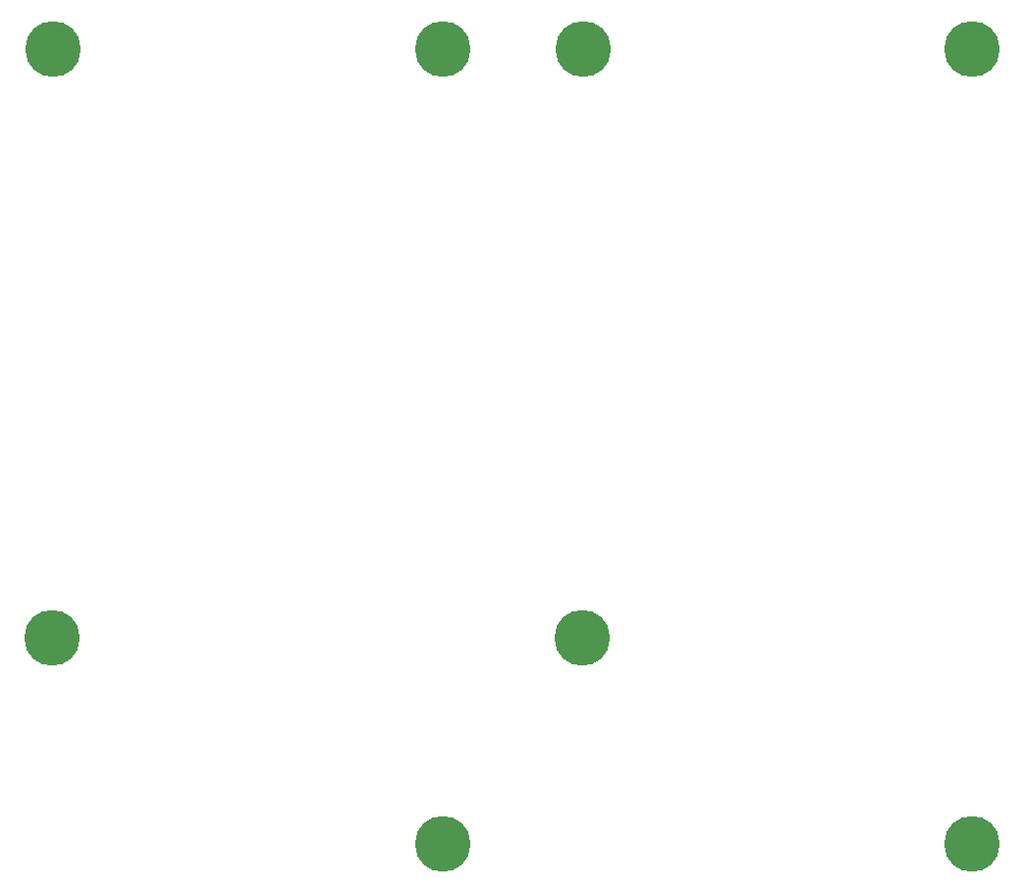
<source format=gts>
%TF.GenerationSoftware,KiCad,Pcbnew,(6.0.5-0)*%
%TF.CreationDate,2022-06-25T23:29:46+09:00*%
%TF.ProjectId,MTCH6102_breakout,4d544348-3631-4303-925f-627265616b6f,rev?*%
%TF.SameCoordinates,Original*%
%TF.FileFunction,Soldermask,Top*%
%TF.FilePolarity,Negative*%
%FSLAX46Y46*%
G04 Gerber Fmt 4.6, Leading zero omitted, Abs format (unit mm)*
G04 Created by KiCad (PCBNEW (6.0.5-0)) date 2022-06-25 23:29:46*
%MOMM*%
%LPD*%
G01*
G04 APERTURE LIST*
%ADD10C,1.100000*%
%ADD11C,4.800000*%
G04 APERTURE END LIST*
D10*
X189738624Y-97254172D03*
X186921898Y-98420898D03*
X187405172Y-97254172D03*
X187405172Y-99587624D03*
D11*
X188571898Y-98420898D03*
D10*
X188571898Y-96770898D03*
X188571898Y-100070898D03*
X190221898Y-98420898D03*
X189738624Y-99587624D03*
X153750172Y-150387624D03*
X154916898Y-147570898D03*
X153266898Y-149220898D03*
X153750172Y-148054172D03*
X156083624Y-148054172D03*
X156566898Y-149220898D03*
X154916898Y-150870898D03*
D11*
X154916898Y-149220898D03*
D10*
X156083624Y-150387624D03*
X187405172Y-168167624D03*
X188571898Y-168650898D03*
X186921898Y-167000898D03*
X189738624Y-168167624D03*
X188571898Y-165350898D03*
D11*
X188571898Y-167000898D03*
D10*
X190221898Y-167000898D03*
X189738624Y-165834172D03*
X187405172Y-165834172D03*
X156147124Y-97254172D03*
X153813672Y-97254172D03*
X153330398Y-98420898D03*
X156630398Y-98420898D03*
X153813672Y-99587624D03*
X154980398Y-96770898D03*
D11*
X154980398Y-98420898D03*
D10*
X154980398Y-100070898D03*
X156147124Y-99587624D03*
X110457124Y-97254172D03*
X108123672Y-97254172D03*
X107640398Y-98420898D03*
X110940398Y-98420898D03*
X108123672Y-99587624D03*
X109290398Y-96770898D03*
D11*
X109290398Y-98420898D03*
D10*
X109290398Y-100070898D03*
X110457124Y-99587624D03*
X141715172Y-168167624D03*
X142881898Y-168650898D03*
X141231898Y-167000898D03*
X144048624Y-168167624D03*
X142881898Y-165350898D03*
D11*
X142881898Y-167000898D03*
D10*
X144531898Y-167000898D03*
X144048624Y-165834172D03*
X141715172Y-165834172D03*
X108060172Y-150387624D03*
X109226898Y-147570898D03*
X107576898Y-149220898D03*
X108060172Y-148054172D03*
X110393624Y-148054172D03*
X110876898Y-149220898D03*
X109226898Y-150870898D03*
D11*
X109226898Y-149220898D03*
D10*
X110393624Y-150387624D03*
X144048624Y-97254172D03*
X141231898Y-98420898D03*
X141715172Y-97254172D03*
X141715172Y-99587624D03*
D11*
X142881898Y-98420898D03*
D10*
X142881898Y-96770898D03*
X142881898Y-100070898D03*
X144531898Y-98420898D03*
X144048624Y-99587624D03*
M02*

</source>
